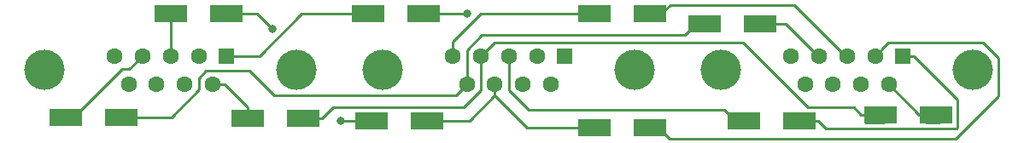
<source format=gtl>
G04 #@! TF.GenerationSoftware,KiCad,Pcbnew,(5.1.2)-2*
G04 #@! TF.CreationDate,2019-11-27T23:52:17-06:00*
G04 #@! TF.ProjectId,ti99-joystick,74693939-2d6a-46f7-9973-7469636b2e6b,rev?*
G04 #@! TF.SameCoordinates,Original*
G04 #@! TF.FileFunction,Copper,L1,Top*
G04 #@! TF.FilePolarity,Positive*
%FSLAX46Y46*%
G04 Gerber Fmt 4.6, Leading zero omitted, Abs format (unit mm)*
G04 Created by KiCad (PCBNEW (5.1.2)-2) date 2019-11-27 23:52:17*
%MOMM*%
%LPD*%
G04 APERTURE LIST*
%ADD10R,1.600000X1.600000*%
%ADD11C,1.600000*%
%ADD12C,4.000000*%
%ADD13R,3.300000X1.700000*%
%ADD14C,0.800000*%
%ADD15C,0.250000*%
G04 APERTURE END LIST*
D10*
X135509000Y-75946000D03*
D11*
X132739000Y-75946000D03*
X129969000Y-75946000D03*
X127199000Y-75946000D03*
X124429000Y-75946000D03*
X134124000Y-78786000D03*
X131354000Y-78786000D03*
X128584000Y-78786000D03*
X125814000Y-78786000D03*
D12*
X117469000Y-77366000D03*
X142469000Y-77366000D03*
X83941000Y-77366000D03*
X108941000Y-77366000D03*
D11*
X92286000Y-78786000D03*
X95056000Y-78786000D03*
X97826000Y-78786000D03*
X100596000Y-78786000D03*
X90901000Y-75946000D03*
X93671000Y-75946000D03*
X96441000Y-75946000D03*
X99211000Y-75946000D03*
D10*
X101981000Y-75946000D03*
X169037000Y-75946000D03*
D11*
X166267000Y-75946000D03*
X163497000Y-75946000D03*
X160727000Y-75946000D03*
X157957000Y-75946000D03*
X167652000Y-78786000D03*
X164882000Y-78786000D03*
X162112000Y-78786000D03*
X159342000Y-78786000D03*
D12*
X175997000Y-77366000D03*
X150997000Y-77366000D03*
D13*
X153250000Y-82423000D03*
X158750000Y-82423000D03*
X115995000Y-71755000D03*
X121495000Y-71755000D03*
X172295000Y-81788000D03*
X166795000Y-81788000D03*
X104057000Y-82169000D03*
X109557000Y-82169000D03*
X138474000Y-71755000D03*
X143974000Y-71755000D03*
X101937000Y-71755000D03*
X96437000Y-71755000D03*
X154852000Y-72771000D03*
X149352000Y-72771000D03*
X86023000Y-82042000D03*
X91523000Y-82042000D03*
X138474000Y-83058000D03*
X143974000Y-83058000D03*
X121876000Y-82423000D03*
X116376000Y-82423000D03*
D14*
X125857000Y-71755000D03*
X106553000Y-73279000D03*
X113284000Y-82423000D03*
D15*
X125291315Y-71755000D02*
X121495000Y-71755000D01*
X125857000Y-71755000D02*
X125291315Y-71755000D01*
X152450000Y-82423000D02*
X153250000Y-82423000D01*
X151350000Y-81323000D02*
X152450000Y-82423000D01*
X131929998Y-81323000D02*
X151350000Y-81323000D01*
X129969000Y-79362002D02*
X131929998Y-81323000D01*
X129969000Y-75946000D02*
X129969000Y-79362002D01*
X170087000Y-75946000D02*
X169037000Y-75946000D01*
X174470001Y-80329001D02*
X170087000Y-75946000D01*
X174470001Y-83058001D02*
X174470001Y-80329001D01*
X174327992Y-83200010D02*
X174470001Y-83058001D01*
X161427010Y-83200010D02*
X174327992Y-83200010D01*
X160650000Y-82423000D02*
X161427010Y-83200010D01*
X158750000Y-82423000D02*
X160650000Y-82423000D01*
X116503000Y-71755000D02*
X115703000Y-71755000D01*
X114095000Y-71755000D02*
X115995000Y-71755000D01*
X109446002Y-71755000D02*
X114095000Y-71755000D01*
X105255002Y-75946000D02*
X109446002Y-71755000D01*
X101981000Y-75946000D02*
X105255002Y-75946000D01*
X171289000Y-82550000D02*
X172676000Y-82550000D01*
X170654000Y-81788000D02*
X172295000Y-81788000D01*
X167652000Y-78786000D02*
X170654000Y-81788000D01*
X111457000Y-82169000D02*
X109557000Y-82169000D01*
X112578001Y-81047999D02*
X111457000Y-82169000D01*
X125513003Y-81047999D02*
X112578001Y-81047999D01*
X127199000Y-79362002D02*
X125513003Y-81047999D01*
X127199000Y-75946000D02*
X127199000Y-79362002D01*
X165276000Y-82550000D02*
X167176000Y-82550000D01*
X164895000Y-81788000D02*
X166795000Y-81788000D01*
X164154999Y-81047999D02*
X164895000Y-81788000D01*
X159642997Y-81047999D02*
X164154999Y-81047999D01*
X153215997Y-74620999D02*
X159642997Y-81047999D01*
X128524001Y-74620999D02*
X153215997Y-74620999D01*
X127199000Y-75946000D02*
X128524001Y-74620999D01*
X101727370Y-78786000D02*
X100596000Y-78786000D01*
X101774000Y-78786000D02*
X101727370Y-78786000D01*
X104057000Y-81069000D02*
X101774000Y-78786000D01*
X104057000Y-82169000D02*
X104057000Y-81069000D01*
X105029000Y-71755000D02*
X101937000Y-71755000D01*
X106553000Y-73279000D02*
X105029000Y-71755000D01*
X136574000Y-71755000D02*
X138474000Y-71755000D01*
X127226002Y-71755000D02*
X136574000Y-71755000D01*
X124429000Y-74552002D02*
X127226002Y-71755000D01*
X124429000Y-75946000D02*
X124429000Y-74552002D01*
X145068000Y-71755000D02*
X145957000Y-70866000D01*
X143168000Y-71755000D02*
X145068000Y-71755000D01*
X158290000Y-70866000D02*
X163370000Y-75946000D01*
X145957000Y-70866000D02*
X158290000Y-70866000D01*
X163370000Y-75946000D02*
X163497000Y-76073000D01*
X96441000Y-71759000D02*
X96437000Y-71755000D01*
X96441000Y-75946000D02*
X96441000Y-71759000D01*
X157425000Y-72771000D02*
X160727000Y-76073000D01*
X154852000Y-72771000D02*
X157425000Y-72771000D01*
X125014001Y-79585999D02*
X125814000Y-78786000D01*
X124708999Y-79891001D02*
X125014001Y-79585999D01*
X106688001Y-79891001D02*
X124708999Y-79891001D01*
X104257999Y-77460999D02*
X106688001Y-79891001D01*
X99959999Y-77460999D02*
X104257999Y-77460999D01*
X99270999Y-78149999D02*
X99959999Y-77460999D01*
X99270999Y-79302003D02*
X99270999Y-78149999D01*
X96531002Y-82042000D02*
X99270999Y-79302003D01*
X91523000Y-82042000D02*
X96531002Y-82042000D01*
X148552000Y-72771000D02*
X149352000Y-72771000D01*
X147452000Y-73871000D02*
X148552000Y-72771000D01*
X127312998Y-73871000D02*
X147452000Y-73871000D01*
X125814000Y-75369998D02*
X127312998Y-73871000D01*
X125814000Y-78786000D02*
X125814000Y-75369998D01*
X86823000Y-82042000D02*
X86023000Y-82042000D01*
X91593999Y-77271001D02*
X86823000Y-82042000D01*
X92345999Y-77271001D02*
X91593999Y-77271001D01*
X93671000Y-75946000D02*
X92345999Y-77271001D01*
X123776000Y-82423000D02*
X121876000Y-82423000D01*
X126078370Y-82423000D02*
X123776000Y-82423000D01*
X128584000Y-79917370D02*
X126078370Y-82423000D01*
X136574000Y-83058000D02*
X138474000Y-83058000D01*
X131724630Y-83058000D02*
X136574000Y-83058000D01*
X128584000Y-79917370D02*
X131724630Y-83058000D01*
X128584000Y-78786000D02*
X128584000Y-79917370D01*
X144687000Y-83566000D02*
X142787000Y-83566000D01*
X167066999Y-75146001D02*
X166267000Y-75946000D01*
X167592001Y-74620999D02*
X167066999Y-75146001D01*
X176989001Y-74620999D02*
X167592001Y-74620999D01*
X178522001Y-76153999D02*
X176989001Y-74620999D01*
X178522001Y-79925253D02*
X178522001Y-76153999D01*
X174289254Y-84158000D02*
X178522001Y-79925253D01*
X145874000Y-84158000D02*
X174289254Y-84158000D01*
X144774000Y-83058000D02*
X145874000Y-84158000D01*
X143974000Y-83058000D02*
X144774000Y-83058000D01*
X116376000Y-82423000D02*
X113284000Y-82423000D01*
M02*

</source>
